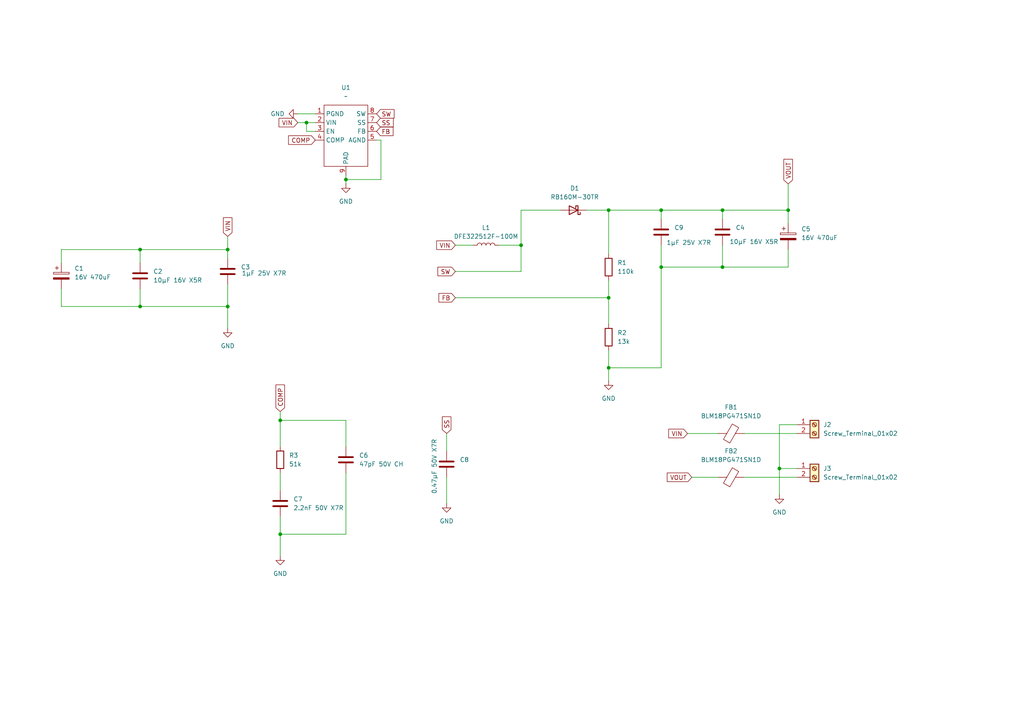
<source format=kicad_sch>
(kicad_sch (version 20250114) (generator "eeschema") (generator_version "9.0")
  (paper "A4")
  (lib_symbols
    (symbol "Connector:Screw_Terminal_01x02" (pin_names (offset 1.016) (hide yes))
      (property "Reference" "J" (at 0 2.54 0))
      (property "Value" "Screw_Terminal_01x02" (at 0 -5.08 0))
      (symbol "Screw_Terminal_01x02_1_1"
        (rectangle (start -1.27 1.27) (end 1.27 -3.81) (stroke (width 0.254)) (fill (type background)))
        (polyline (pts (xy -0.5334 0.3302) (xy 0.3302 -0.508)) (stroke (width 0.1524)))
        (polyline (pts (xy -0.5334 -2.2098) (xy 0.3302 -3.048)) (stroke (width 0.1524)))
        (polyline (pts (xy -0.3556 0.508) (xy 0.508 -0.3302)) (stroke (width 0.1524)))
        (polyline (pts (xy -0.3556 -2.032) (xy 0.508 -2.8702)) (stroke (width 0.1524)))
        (circle (center 0 0) (radius 0.635) (stroke (width 0.1524)))
        (circle (center 0 -2.54) (radius 0.635) (stroke (width 0.1524)))
        (pin passive line (at -5.08 0 0) (length 3.81) (name "Pin_1") (number "1"))
        (pin passive line (at -5.08 -2.54 0) (length 3.81) (name "Pin_2") (number "2"))
      )
    )
    (symbol "Device:C" (pin_numbers (hide yes)) (pin_names (offset 0.254))
      (property "Reference" "C" (at 0.635 2.54 0))
      (property "Value" "C" (at 0.635 -2.54 0))
      (symbol "C_0_1"
        (polyline (pts (xy -2.032 0.762) (xy 2.032 0.762)) (stroke (width 0.508)))
        (polyline (pts (xy -2.032 -0.762) (xy 2.032 -0.762)) (stroke (width 0.508)))
      )
      (symbol "C_1_1"
        (pin passive line (at 0 3.81 270) (length 2.794) (name "~") (number "1"))
        (pin passive line (at 0 -3.81 90) (length 2.794) (name "~") (number "2"))
      )
    )
    (symbol "Device:C_Polarized" (pin_numbers (hide yes)) (pin_names (offset 0.254))
      (property "Reference" "C" (at 0.635 2.54 0))
      (property "Value" "C_Polarized" (at 0.635 -2.54 0))
      (symbol "C_Polarized_0_1"
        (rectangle (start -2.286 0.508) (end 2.286 1.016))
        (polyline (pts (xy -1.778 2.286) (xy -0.762 2.286)))
        (polyline (pts (xy -1.27 2.794) (xy -1.27 1.778)))
        (rectangle (start 2.286 -0.508) (end -2.286 -1.016) (fill (type outline)))
      )
      (symbol "C_Polarized_1_1"
        (pin passive line (at 0 3.81 270) (length 2.794) (name "~") (number "1"))
        (pin passive line (at 0 -3.81 90) (length 2.794) (name "~") (number "2"))
      )
    )
    (symbol "Device:D_Schottky" (pin_numbers (hide yes)) (pin_names (offset 1.016) (hide yes))
      (property "Reference" "D" (at 0 2.54 0))
      (property "Value" "D_Schottky" (at 0 -2.54 0))
      (symbol "D_Schottky_0_1"
        (polyline (pts (xy -1.905 0.635) (xy -1.905 1.27) (xy -1.27 1.27) (xy -1.27 -1.27) (xy -0.635 -1.27) (xy -0.635 -0.635)) (stroke (width 0.254)))
        (polyline (pts (xy 1.27 1.27) (xy 1.27 -1.27) (xy -1.27 0) (xy 1.27 1.27)) (stroke (width 0.254)))
        (polyline (pts (xy 1.27 0) (xy -1.27 0)))
      )
      (symbol "D_Schottky_1_1"
        (pin passive line (at -3.81 0 0) (length 2.54) (name "K") (number "1"))
        (pin passive line (at 3.81 0 180) (length 2.54) (name "A") (number "2"))
      )
    )
    (symbol "Device:FerriteBead" (pin_numbers (hide yes)) (pin_names (offset 0))
      (property "Reference" "FB" (at -3.81 0.635 90))
      (property "Value" "FerriteBead" (at 3.81 0 90))
      (symbol "FerriteBead_0_1"
        (polyline (pts (xy -2.7686 0.4064) (xy -1.7018 2.2606) (xy 2.7686 -0.3048) (xy 1.6764 -2.159) (xy -2.7686 0.4064)))
        (polyline (pts (xy 0 1.27) (xy 0 1.2954)))
        (polyline (pts (xy 0 -1.27) (xy 0 -1.2192)))
      )
      (symbol "FerriteBead_1_1"
        (pin passive line (at 0 3.81 270) (length 2.54) (name "~") (number "1"))
        (pin passive line (at 0 -3.81 90) (length 2.54) (name "~") (number "2"))
      )
    )
    (symbol "Device:L" (pin_numbers (hide yes)) (pin_names (offset 1.016) (hide yes))
      (property "Reference" "L" (at -1.27 0 90))
      (property "Value" "L" (at 1.905 0 90))
      (symbol "L_0_1"
        (arc (start 0 2.54) (mid 0.6323 1.905) (end 0 1.27))
        (arc (start 0 1.27) (mid 0.6323 0.635) (end 0 0))
        (arc (start 0 0) (mid 0.6323 -0.635) (end 0 -1.27))
        (arc (start 0 -1.27) (mid 0.6323 -1.905) (end 0 -2.54))
      )
      (symbol "L_1_1"
        (pin passive line (at 0 3.81 270) (length 1.27) (name "1") (number "1"))
        (pin passive line (at 0 -3.81 90) (length 1.27) (name "2") (number "2"))
      )
    )
    (symbol "Device:R" (pin_numbers (hide yes)) (pin_names (offset 0))
      (property "Reference" "R" (at 2.032 0 90))
      (property "Value" "R" (at 0 0 90))
      (symbol "R_0_1"
        (rectangle (start -1.016 -2.54) (end 1.016 2.54) (stroke (width 0.254)))
      )
      (symbol "R_1_1"
        (pin passive line (at 0 3.81 270) (length 1.27) (name "~") (number "1"))
        (pin passive line (at 0 -3.81 90) (length 1.27) (name "~") (number "2"))
      )
    )
    (symbol "New_Library:PAM242x"
      (property "Reference" "U" (at 0 0 0))
      (symbol "PAM242x_1_1"
        (rectangle (start -6.35 7.62) (end 6.35 -10.16))
        (pin input line (at -8.89 5.08 0) (length 2.54) (name "PGND") (number "1"))
        (pin input line (at -8.89 2.54 0) (length 2.54) (name "VIN") (number "2"))
        (pin input line (at -8.89 0 0) (length 2.54) (name "EN") (number "3"))
        (pin input line (at -8.89 -2.54 0) (length 2.54) (name "COMP") (number "4"))
        (pin input line (at 0 -12.7 90) (length 2.54) (name "PAD") (number "9"))
        (pin input line (at 8.89 5.08 180) (length 2.54) (name "SW") (number "8"))
        (pin input line (at 8.89 2.54 180) (length 2.54) (name "SS") (number "7"))
        (pin input line (at 8.89 0 180) (length 2.54) (name "FB") (number "6"))
        (pin input line (at 8.89 -2.54 180) (length 2.54) (name "AGND") (number "5"))
      )
    )
    (symbol "power:GND" (power) (pin_numbers (hide yes)) (pin_names (offset 0) (hide yes))
      (property "Value" "GND" (at 0 -3.81 0))
      (symbol "GND_0_1"
        (polyline (pts (xy 0 0) (xy 0 -1.27) (xy 1.27 -1.27) (xy 0 -2.54) (xy -1.27 -1.27) (xy 0 -1.27)))
      )
      (symbol "GND_1_1"
        (pin power_in line (at 0 0 270) (length 0) (name "~") (number "1"))
      )
    )
  )
  (junction (at 81.28 154.94))
  (junction (at 100.33 52.07))
  (junction (at 40.64 88.9))
  (junction (at 228.6 60.96))
  (junction (at 66.04 88.9))
  (junction (at 176.53 106.68))
  (junction (at 209.55 60.96))
  (junction (at 151.13 71.12))
  (junction (at 176.53 86.36))
  (junction (at 209.55 77.47))
  (junction (at 66.04 72.39))
  (junction (at 191.77 77.47))
  (junction (at 40.64 72.39))
  (junction (at 88.9 35.56))
  (junction (at 176.53 60.96))
  (junction (at 191.77 60.96))
  (junction (at 226.06 135.89))
  (junction (at 81.28 121.92))
  (wire (pts (xy 199.39 125.73) (xy 208.28 125.73)))
  (wire (pts (xy 209.55 71.12) (xy 209.55 77.47)))
  (wire (pts (xy 226.06 123.19) (xy 231.14 123.19)))
  (wire (pts (xy 40.64 88.9) (xy 66.04 88.9)))
  (wire (pts (xy 66.04 88.9) (xy 66.04 82.55)))
  (wire (pts (xy 86.36 35.56) (xy 88.9 35.56)))
  (wire (pts (xy 109.22 40.64) (xy 110.49 40.64)))
  (wire (pts (xy 176.53 60.96) (xy 191.77 60.96)))
  (wire (pts (xy 17.78 88.9) (xy 40.64 88.9)))
  (wire (pts (xy 226.06 135.89) (xy 226.06 123.19)))
  (wire (pts (xy 100.33 137.16) (xy 100.33 154.94)))
  (wire (pts (xy 110.49 52.07) (xy 100.33 52.07)))
  (wire (pts (xy 228.6 72.39) (xy 228.6 77.47)))
  (wire (pts (xy 17.78 76.2) (xy 17.78 72.39)))
  (wire (pts (xy 132.08 78.74) (xy 151.13 78.74)))
  (wire (pts (xy 81.28 121.92) (xy 81.28 119.38)))
  (wire (pts (xy 66.04 72.39) (xy 66.04 74.93)))
  (wire (pts (xy 81.28 121.92) (xy 81.28 129.54)))
  (wire (pts (xy 228.6 64.77) (xy 228.6 60.96)))
  (wire (pts (xy 100.33 121.92) (xy 100.33 129.54)))
  (wire (pts (xy 231.14 135.89) (xy 226.06 135.89)))
  (wire (pts (xy 132.08 71.12) (xy 137.16 71.12)))
  (wire (pts (xy 176.53 60.96) (xy 176.53 73.66)))
  (wire (pts (xy 40.64 83.82) (xy 40.64 88.9)))
  (wire (pts (xy 129.54 125.73) (xy 129.54 130.81)))
  (wire (pts (xy 100.33 154.94) (xy 81.28 154.94)))
  (wire (pts (xy 200.66 138.43) (xy 208.28 138.43)))
  (wire (pts (xy 191.77 60.96) (xy 209.55 60.96)))
  (wire (pts (xy 17.78 83.82) (xy 17.78 88.9)))
  (wire (pts (xy 209.55 63.5) (xy 209.55 60.96)))
  (wire (pts (xy 81.28 154.94) (xy 81.28 161.29)))
  (wire (pts (xy 191.77 77.47) (xy 209.55 77.47)))
  (wire (pts (xy 100.33 52.07) (xy 100.33 53.34)))
  (wire (pts (xy 91.44 38.1) (xy 88.9 38.1)))
  (wire (pts (xy 81.28 137.16) (xy 81.28 142.24)))
  (wire (pts (xy 88.9 35.56) (xy 91.44 35.56)))
  (wire (pts (xy 40.64 72.39) (xy 66.04 72.39)))
  (wire (pts (xy 66.04 68.58) (xy 66.04 72.39)))
  (wire (pts (xy 209.55 60.96) (xy 228.6 60.96)))
  (wire (pts (xy 176.53 86.36) (xy 176.53 93.98)))
  (wire (pts (xy 88.9 38.1) (xy 88.9 35.56)))
  (wire (pts (xy 81.28 154.94) (xy 81.28 149.86)))
  (wire (pts (xy 144.78 71.12) (xy 151.13 71.12)))
  (wire (pts (xy 176.53 106.68) (xy 176.53 110.49)))
  (wire (pts (xy 191.77 71.12) (xy 191.77 77.47)))
  (wire (pts (xy 40.64 76.2) (xy 40.64 72.39)))
  (wire (pts (xy 191.77 106.68) (xy 191.77 77.47)))
  (wire (pts (xy 100.33 50.8) (xy 100.33 52.07)))
  (wire (pts (xy 176.53 106.68) (xy 191.77 106.68)))
  (wire (pts (xy 215.9 125.73) (xy 231.14 125.73)))
  (wire (pts (xy 151.13 71.12) (xy 151.13 60.96)))
  (wire (pts (xy 176.53 101.6) (xy 176.53 106.68)))
  (wire (pts (xy 86.36 33.02) (xy 91.44 33.02)))
  (wire (pts (xy 66.04 88.9) (xy 66.04 95.25)))
  (wire (pts (xy 170.18 60.96) (xy 176.53 60.96)))
  (wire (pts (xy 176.53 81.28) (xy 176.53 86.36)))
  (wire (pts (xy 129.54 138.43) (xy 129.54 146.05)))
  (wire (pts (xy 191.77 60.96) (xy 191.77 63.5)))
  (wire (pts (xy 151.13 78.74) (xy 151.13 71.12)))
  (wire (pts (xy 17.78 72.39) (xy 40.64 72.39)))
  (wire (pts (xy 110.49 40.64) (xy 110.49 52.07)))
  (wire (pts (xy 132.08 86.36) (xy 176.53 86.36)))
  (wire (pts (xy 226.06 135.89) (xy 226.06 143.51)))
  (wire (pts (xy 215.9 138.43) (xy 231.14 138.43)))
  (wire (pts (xy 209.55 77.47) (xy 228.6 77.47)))
  (wire (pts (xy 81.28 121.92) (xy 100.33 121.92)))
  (wire (pts (xy 228.6 53.34) (xy 228.6 60.96)))
  (wire (pts (xy 151.13 60.96) (xy 162.56 60.96)))
  (global_label "SW" (shape input) (at 132.08 78.74 180) (property "Intersheetrefs" "${INTERSHEET_REFS}" (effects (hide yes))))
  (global_label "COMP" (shape input) (at 81.28 119.38 90) (property "Intersheetrefs" "${INTERSHEET_REFS}" (effects (hide yes))))
  (global_label "SW" (shape input) (at 109.22 33.02 0) (property "Intersheetrefs" "${INTERSHEET_REFS}" (effects (hide yes))))
  (global_label "VIN" (shape input) (at 86.36 35.56 180) (property "Intersheetrefs" "${INTERSHEET_REFS}" (effects (hide yes))))
  (global_label "VIN" (shape input) (at 66.04 68.58 90) (property "Intersheetrefs" "${INTERSHEET_REFS}" (effects (hide yes))))
  (global_label "VIN" (shape input) (at 132.08 71.12 180) (property "Intersheetrefs" "${INTERSHEET_REFS}" (effects (hide yes))))
  (global_label "SS" (shape input) (at 109.22 35.56 0) (property "Intersheetrefs" "${INTERSHEET_REFS}" (effects (hide yes))))
  (global_label "COMP" (shape input) (at 91.44 40.64 180) (property "Intersheetrefs" "${INTERSHEET_REFS}" (effects (hide yes))))
  (global_label "VOUT" (shape input) (at 228.6 53.34 90) (property "Intersheetrefs" "${INTERSHEET_REFS}" (effects (hide yes))))
  (global_label "FB" (shape input) (at 132.08 86.36 180) (property "Intersheetrefs" "${INTERSHEET_REFS}" (effects (hide yes))))
  (global_label "VOUT" (shape input) (at 200.66 138.43 180) (property "Intersheetrefs" "${INTERSHEET_REFS}" (effects (hide yes))))
  (global_label "SS" (shape input) (at 129.54 125.73 90) (property "Intersheetrefs" "${INTERSHEET_REFS}" (effects (hide yes))))
  (global_label "VIN" (shape input) (at 199.39 125.73 180) (property "Intersheetrefs" "${INTERSHEET_REFS}" (effects (hide yes))))
  (global_label "FB" (shape input) (at 109.22 38.1 0) (property "Intersheetrefs" "${INTERSHEET_REFS}" (effects (hide yes))))
  (symbol (lib_id "power:GND") (at 81.28 161.29 0) (unit 1)
    (property "Reference" "#PWR03" (effects (hide yes)))
    (property "Value" "GND" (at 81.28 166.37 0))
    (property "Description" "Power symbol creates a global label with name \"GND\" , ground" (effects (hide yes)))
  )
  (symbol (lib_id "power:GND") (at 100.33 53.34 0) (unit 1)
    (property "Reference" "#PWR07" (effects (hide yes)))
    (property "Value" "GND" (at 100.33 58.42 0))
    (property "Description" "Power symbol creates a global label with name \"GND\" , ground" (effects (hide yes)))
  )
  (symbol (lib_id "Device:C") (at 100.33 133.35 0) (unit 1)
    (property "Reference" "C6" (at 104.14 132.0799 0) (effects (justify left)))
    (property "Value" "47pF 50V CH" (at 104.14 134.6199 0) (effects (justify left)))
    (property "Footprint" "Capacitor_SMD:C_0603_1608Metric_Pad1.08x0.95mm_HandSolder" (effects (hide yes)))
    (property "Description" "Unpolarized capacitor" (effects (hide yes)))
  )
  (symbol (lib_id "Device:FerriteBead") (at 212.09 138.43 90) (unit 1)
    (property "Reference" "FB2" (at 212.0392 130.81 90))
    (property "Value" "BLM18PG471SN1D" (at 212.0392 133.35 90))
    (property "Footprint" "Inductor_SMD:L_0603_1608Metric" (effects (hide yes)))
    (property "Description" "Ferrite bead" (effects (hide yes)))
  )
  (symbol (lib_id "power:GND") (at 66.04 95.25 0) (unit 1)
    (property "Reference" "#PWR02" (effects (hide yes)))
    (property "Value" "GND" (at 66.04 100.33 0))
    (property "Description" "Power symbol creates a global label with name \"GND\" , ground" (effects (hide yes)))
  )
  (symbol (lib_id "Connector:Screw_Terminal_01x02") (at 236.22 123.19 0) (unit 1)
    (property "Reference" "J2" (at 238.76 123.1899 0) (effects (justify left)))
    (property "Value" "Screw_Terminal_01x02" (at 238.76 125.7299 0) (effects (justify left)))
    (property "Footprint" "TerminalBlock:TerminalBlock_bornier-2_P5.08mm" (effects (hide yes)))
    (property "Description" "Generic screw terminal, single row, 01x02, script generated (kicad-library-utils/schlib/autogen/connector/)" (effects (hide yes)))
  )
  (symbol (lib_id "power:GND") (at 129.54 146.05 0) (unit 1)
    (property "Reference" "#PWR04" (effects (hide yes)))
    (property "Value" "GND" (at 129.54 151.13 0))
    (property "Description" "Power symbol creates a global label with name \"GND\" , ground" (effects (hide yes)))
  )
  (symbol (lib_id "power:GND") (at 86.36 33.02 270) (unit 1)
    (property "Reference" "#PWR08" (effects (hide yes)))
    (property "Value" "GND" (at 82.55 33.0199 90) (effects (justify right)))
    (property "Description" "Power symbol creates a global label with name \"GND\" , ground" (effects (hide yes)))
  )
  (symbol (lib_id "power:GND") (at 176.53 110.49 0) (unit 1)
    (property "Reference" "#PWR05" (effects (hide yes)))
    (property "Value" "GND" (at 176.53 115.57 0))
    (property "Description" "Power symbol creates a global label with name \"GND\" , ground" (effects (hide yes)))
  )
  (symbol (lib_id "power:GND") (at 226.06 143.51 0) (unit 1)
    (property "Reference" "#PWR06" (effects (hide yes)))
    (property "Value" "GND" (at 226.06 148.59 0))
    (property "Description" "Power symbol creates a global label with name \"GND\" , ground" (effects (hide yes)))
  )
  (symbol (lib_id "Device:R") (at 176.53 97.79 0) (unit 1)
    (property "Reference" "R2" (at 179.07 96.5199 0) (effects (justify left)))
    (property "Value" "13k" (at 179.07 99.0599 0) (effects (justify left)))
    (property "Footprint" "Resistor_SMD:R_0603_1608Metric_Pad0.98x0.95mm_HandSolder" (effects (hide yes)))
    (property "Description" "Resistor" (effects (hide yes)))
  )
  (symbol (lib_id "Device:C_Polarized") (at 17.78 80.01 0) (unit 1)
    (property "Reference" "C1" (at 21.59 77.8509 0) (effects (justify left)))
    (property "Value" "16V 470uF" (at 21.59 80.3909 0) (effects (justify left)))
    (property "Footprint" "Capacitor_THT:CP_Radial_D8.0mm_P3.50mm" (effects (hide yes)))
    (property "Description" "Polarized capacitor" (effects (hide yes)))
  )
  (symbol (lib_id "Device:C") (at 209.55 67.31 0) (unit 1)
    (property "Reference" "C4" (at 213.36 66.0399 0) (effects (justify left)))
    (property "Value" "10μF 16V X5R" (at 211.582 70.104 0) (effects (justify left)))
    (property "Footprint" "Capacitor_SMD:C_0603_1608Metric_Pad1.08x0.95mm_HandSolder" (effects (hide yes)))
    (property "Description" "Unpolarized capacitor" (effects (hide yes)))
  )
  (symbol (lib_id "Device:FerriteBead") (at 212.09 125.73 90) (unit 1)
    (property "Reference" "FB1" (at 212.0392 118.11 90))
    (property "Value" "BLM18PG471SN1D" (at 212.0392 120.65 90))
    (property "Footprint" "Inductor_SMD:L_0603_1608Metric" (effects (hide yes)))
    (property "Description" "Ferrite bead" (effects (hide yes)))
  )
  (symbol (lib_id "Device:D_Schottky") (at 166.37 60.96 180) (unit 1)
    (property "Reference" "D1" (at 166.6875 54.61 0))
    (property "Value" "RB160M-30TR" (at 166.6875 57.15 0))
    (property "Footprint" "Diode_SMD:D_SOD-123" (effects (hide yes)))
    (property "Description" "Schottky diode" (effects (hide yes)))
  )
  (symbol (lib_id "Device:C") (at 129.54 134.62 0) (unit 1)
    (property "Reference" "C8" (at 133.35 133.3499 0) (effects (justify left)))
    (property "Value" "0.47μF 50V X7R" (at 125.984 143.256 90) (effects (justify left)))
    (property "Footprint" "Capacitor_SMD:C_0603_1608Metric_Pad1.08x0.95mm_HandSolder" (effects (hide yes)))
    (property "Description" "Unpolarized capacitor" (effects (hide yes)))
  )
  (symbol (lib_id "Device:C") (at 191.77 67.31 0) (unit 1)
    (property "Reference" "C9" (at 195.58 66.0399 0) (effects (justify left)))
    (property "Value" "1μF 25V X7R" (at 193.294 70.358 0) (effects (justify left)))
    (property "Footprint" "Capacitor_SMD:C_0603_1608Metric_Pad1.08x0.95mm_HandSolder" (effects (hide yes)))
    (property "Description" "Unpolarized capacitor" (effects (hide yes)))
  )
  (symbol (lib_id "Device:C") (at 66.04 78.74 0) (unit 1)
    (property "Reference" "C3" (at 69.85 77.4699 0) (effects (justify left)))
    (property "Value" "1μF 25V X7R" (at 70.104 79.248 0) (effects (justify left)))
    (property "Footprint" "Capacitor_SMD:C_0603_1608Metric_Pad1.08x0.95mm_HandSolder" (effects (hide yes)))
    (property "Description" "Unpolarized capacitor" (effects (hide yes)))
  )
  (symbol (lib_id "Connector:Screw_Terminal_01x02") (at 236.22 135.89 0) (unit 1)
    (property "Reference" "J3" (at 238.76 135.8899 0) (effects (justify left)))
    (property "Value" "Screw_Terminal_01x02" (at 238.76 138.4299 0) (effects (justify left)))
    (property "Footprint" "TerminalBlock:TerminalBlock_bornier-2_P5.08mm" (effects (hide yes)))
    (property "Description" "Generic screw terminal, single row, 01x02, script generated (kicad-library-utils/schlib/autogen/connector/)" (effects (hide yes)))
  )
  (symbol (lib_id "Device:L") (at 140.97 71.12 90) (unit 1)
    (property "Reference" "L1" (at 140.97 66.04 90))
    (property "Value" "DFE322512F-100M" (at 140.97 68.58 90))
    (property "Footprint" "Inductor_SMD:L_1210_3225Metric_Pad1.42x2.65mm_HandSolder" (effects (hide yes)))
    (property "Description" "Inductor" (effects (hide yes)))
  )
  (symbol (lib_id "Device:C") (at 40.64 80.01 0) (unit 1)
    (property "Reference" "C2" (at 44.45 78.7399 0) (effects (justify left)))
    (property "Value" "10μF 16V X5R" (at 44.45 81.2799 0) (effects (justify left)))
    (property "Footprint" "Capacitor_SMD:C_0603_1608Metric_Pad1.08x0.95mm_HandSolder" (effects (hide yes)))
    (property "Description" "Unpolarized capacitor" (effects (hide yes)))
  )
  (symbol (lib_id "Device:R") (at 176.53 77.47 0) (unit 1)
    (property "Reference" "R1" (at 179.07 76.1999 0) (effects (justify left)))
    (property "Value" "110k" (at 179.07 78.7399 0) (effects (justify left)))
    (property "Footprint" "Resistor_SMD:R_0603_1608Metric_Pad0.98x0.95mm_HandSolder" (effects (hide yes)))
    (property "Description" "Resistor" (effects (hide yes)))
  )
  (symbol (lib_id "New_Library:PAM242x") (at 100.33 38.1 0) (unit 1)
    (property "Reference" "U1" (at 100.33 25.4 0))
    (property "Value" "~" (at 100.33 27.94 0))
    (property "Footprint" "Library:PAM242x" (effects (hide yes)))
  )
  (symbol (lib_id "Device:R") (at 81.28 133.35 0) (unit 1)
    (property "Reference" "R3" (at 83.82 132.0799 0) (effects (justify left)))
    (property "Value" "51k" (at 83.82 134.6199 0) (effects (justify left)))
    (property "Footprint" "Resistor_SMD:R_0603_1608Metric_Pad0.98x0.95mm_HandSolder" (effects (hide yes)))
    (property "Description" "Resistor" (effects (hide yes)))
  )
  (symbol (lib_id "Device:C") (at 81.28 146.05 0) (unit 1)
    (property "Reference" "C7" (at 85.09 144.7799 0) (effects (justify left)))
    (property "Value" "2.2nF 50V X7R" (at 85.09 147.3199 0) (effects (justify left)))
    (property "Footprint" "Capacitor_SMD:C_0603_1608Metric_Pad1.08x0.95mm_HandSolder" (effects (hide yes)))
    (property "Description" "Unpolarized capacitor" (effects (hide yes)))
  )
  (symbol (lib_id "Device:C_Polarized") (at 228.6 68.58 0) (unit 1)
    (property "Reference" "C5" (at 232.41 66.4209 0) (effects (justify left)))
    (property "Value" "16V 470uF" (at 232.41 68.9609 0) (effects (justify left)))
    (property "Footprint" "Capacitor_THT:CP_Radial_D8.0mm_P3.50mm" (effects (hide yes)))
    (property "Description" "Polarized capacitor" (effects (hide yes)))
  )
)
</source>
